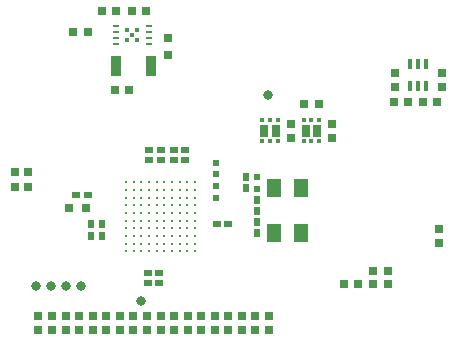
<source format=gbp>
G04 Layer_Color=128*
%FSLAX43Y43*%
%MOMM*%
G71*
G01*
G75*
%ADD16R,0.500X0.650*%
%ADD17R,0.650X0.800*%
%ADD20R,0.650X0.500*%
%ADD21R,0.800X0.650*%
%ADD24R,0.700X0.700*%
%ADD25R,0.550X0.600*%
%ADD50C,0.400*%
%ADD64C,0.800*%
%ADD66R,0.720X1.050*%
%ADD67R,0.350X0.300*%
%ADD68R,0.950X1.750*%
%ADD69R,0.762X0.762*%
%ADD70R,0.350X0.850*%
%ADD71C,0.280*%
%ADD72R,0.600X0.250*%
%ADD74R,1.300X1.600*%
%ADD131R,0.200X0.100*%
D16*
X-16900Y-22175D02*
D03*
Y-21225D02*
D03*
X-17800Y-17425D02*
D03*
Y-18375D02*
D03*
X-30000Y-21425D02*
D03*
Y-22375D02*
D03*
X-30875Y-21425D02*
D03*
Y-22375D02*
D03*
X-16900Y-19325D02*
D03*
Y-20275D02*
D03*
D17*
X-26175Y-29175D02*
D03*
Y-30375D02*
D03*
X-1450Y-22975D02*
D03*
Y-21775D02*
D03*
X-35375Y-29175D02*
D03*
Y-30375D02*
D03*
X-33075Y-29175D02*
D03*
Y-30375D02*
D03*
X-34225Y-29175D02*
D03*
Y-30375D02*
D03*
X-30775Y-29175D02*
D03*
Y-30375D02*
D03*
X-27325Y-29175D02*
D03*
Y-30375D02*
D03*
X-28475Y-29175D02*
D03*
Y-30375D02*
D03*
X-5200Y-8600D02*
D03*
Y-9800D02*
D03*
X-1200Y-9800D02*
D03*
Y-8600D02*
D03*
X-10500Y-14100D02*
D03*
Y-12900D02*
D03*
X-29625Y-29175D02*
D03*
Y-30375D02*
D03*
X-19275Y-29175D02*
D03*
Y-30375D02*
D03*
X-18150Y-29175D02*
D03*
Y-30375D02*
D03*
X-17000Y-29175D02*
D03*
Y-30375D02*
D03*
X-15850Y-29175D02*
D03*
Y-30375D02*
D03*
X-31925Y-30375D02*
D03*
Y-29175D02*
D03*
X-14000Y-12900D02*
D03*
Y-14100D02*
D03*
X-37375Y-18225D02*
D03*
Y-17025D02*
D03*
X-36225Y-17025D02*
D03*
Y-18225D02*
D03*
X-25025Y-30375D02*
D03*
Y-29175D02*
D03*
X-23875Y-30375D02*
D03*
Y-29175D02*
D03*
X-22725Y-30375D02*
D03*
Y-29175D02*
D03*
X-21575Y-30375D02*
D03*
Y-29175D02*
D03*
X-20425Y-30375D02*
D03*
Y-29175D02*
D03*
D20*
X-25025Y-16000D02*
D03*
X-25975D02*
D03*
X-25025Y-15100D02*
D03*
X-25975D02*
D03*
X-23875D02*
D03*
X-22925D02*
D03*
X-23875Y-16000D02*
D03*
X-22925D02*
D03*
X-31200Y-18900D02*
D03*
X-32150D02*
D03*
X-20275Y-21425D02*
D03*
X-19325D02*
D03*
X-26125Y-25500D02*
D03*
X-25175D02*
D03*
X-26125Y-26400D02*
D03*
X-25175D02*
D03*
D21*
X-30000Y-3400D02*
D03*
X-28800D02*
D03*
X-4100Y-11100D02*
D03*
X-5300D02*
D03*
X-1600D02*
D03*
X-2800D02*
D03*
X-5800Y-25350D02*
D03*
X-7000D02*
D03*
X-8300Y-26500D02*
D03*
X-9500D02*
D03*
X-7000D02*
D03*
X-5800D02*
D03*
X-27700Y-10025D02*
D03*
X-28900D02*
D03*
X-32400Y-5150D02*
D03*
X-31200D02*
D03*
X-27475Y-3400D02*
D03*
X-26275D02*
D03*
X-12850Y-11275D02*
D03*
X-11650D02*
D03*
D24*
X-32775Y-20000D02*
D03*
X-31375D02*
D03*
D25*
X-20300Y-16200D02*
D03*
Y-17200D02*
D03*
Y-19200D02*
D03*
Y-18200D02*
D03*
X-16900Y-17400D02*
D03*
Y-18400D02*
D03*
D50*
X-27425Y-5400D02*
D03*
X-27850Y-5800D02*
D03*
X-27000D02*
D03*
Y-5000D02*
D03*
X-27850D02*
D03*
D64*
X-26670Y-27940D02*
D03*
X-15925Y-10500D02*
D03*
X-31750Y-26670D02*
D03*
X-33020D02*
D03*
X-34290D02*
D03*
X-35560D02*
D03*
D66*
X-15260Y-13500D02*
D03*
X-16240Y-13500D02*
D03*
X-12740Y-13500D02*
D03*
X-11760Y-13500D02*
D03*
D67*
X-15100Y-14375D02*
D03*
X-15750D02*
D03*
X-16400D02*
D03*
Y-12625D02*
D03*
X-15750D02*
D03*
X-15100D02*
D03*
X-12900D02*
D03*
X-12250D02*
D03*
X-11600D02*
D03*
Y-14375D02*
D03*
X-12250D02*
D03*
X-12900D02*
D03*
D68*
X-25875Y-7975D02*
D03*
X-28825D02*
D03*
D69*
X-24425Y-5676D02*
D03*
Y-7074D02*
D03*
D70*
X-3875Y-9725D02*
D03*
X-3225D02*
D03*
X-2575D02*
D03*
Y-7875D02*
D03*
X-3225D02*
D03*
X-3875D02*
D03*
D71*
X-22100Y-23700D02*
D03*
Y-23050D02*
D03*
Y-22400D02*
D03*
Y-21750D02*
D03*
Y-20450D02*
D03*
Y-19800D02*
D03*
Y-19150D02*
D03*
Y-21100D02*
D03*
X-22750D02*
D03*
X-23400D02*
D03*
X-24050D02*
D03*
X-24700D02*
D03*
X-25350D02*
D03*
X-26000D02*
D03*
X-26650D02*
D03*
X-27300D02*
D03*
X-27950D02*
D03*
X-22750Y-23700D02*
D03*
X-23400D02*
D03*
X-24050D02*
D03*
X-24700D02*
D03*
X-25350D02*
D03*
X-26000D02*
D03*
X-26650D02*
D03*
X-27300D02*
D03*
X-27950D02*
D03*
X-22750Y-23050D02*
D03*
X-23400D02*
D03*
X-24050D02*
D03*
X-24700D02*
D03*
X-25350D02*
D03*
X-26000D02*
D03*
X-26650D02*
D03*
X-27300D02*
D03*
X-27950D02*
D03*
X-22750Y-22400D02*
D03*
X-23400D02*
D03*
X-24050D02*
D03*
X-24700D02*
D03*
X-25350D02*
D03*
X-26000D02*
D03*
X-26650D02*
D03*
X-27300D02*
D03*
X-27950D02*
D03*
X-22750Y-21750D02*
D03*
X-23400D02*
D03*
X-24050D02*
D03*
X-24700D02*
D03*
X-25350D02*
D03*
X-26000D02*
D03*
X-26650D02*
D03*
X-27300D02*
D03*
X-27950D02*
D03*
X-22750Y-20450D02*
D03*
X-23400D02*
D03*
X-24050D02*
D03*
X-24700D02*
D03*
X-25350D02*
D03*
X-26000D02*
D03*
X-26650D02*
D03*
X-27300D02*
D03*
X-27950D02*
D03*
X-22750Y-19800D02*
D03*
X-23400D02*
D03*
X-24050D02*
D03*
X-24700D02*
D03*
X-25350D02*
D03*
X-26000D02*
D03*
X-26650D02*
D03*
X-27300D02*
D03*
X-27950D02*
D03*
X-22750Y-19150D02*
D03*
X-23400D02*
D03*
X-24050D02*
D03*
X-24700D02*
D03*
X-25350D02*
D03*
X-26000D02*
D03*
X-26650D02*
D03*
X-27300D02*
D03*
X-27950D02*
D03*
X-22100Y-18500D02*
D03*
X-22750D02*
D03*
X-23400D02*
D03*
X-24050D02*
D03*
X-24700D02*
D03*
X-25350D02*
D03*
X-26000D02*
D03*
X-26650D02*
D03*
X-27300D02*
D03*
X-27950D02*
D03*
X-22100Y-17850D02*
D03*
X-22750D02*
D03*
X-23400D02*
D03*
X-24050D02*
D03*
X-24700D02*
D03*
X-25350D02*
D03*
X-26000D02*
D03*
X-26650D02*
D03*
X-27300D02*
D03*
X-27950D02*
D03*
D72*
X-28825Y-4650D02*
D03*
Y-5150D02*
D03*
Y-6150D02*
D03*
Y-5650D02*
D03*
X-26025D02*
D03*
Y-6150D02*
D03*
Y-5150D02*
D03*
Y-4650D02*
D03*
D74*
X-15400Y-22150D02*
D03*
Y-18350D02*
D03*
X-13100D02*
D03*
Y-22150D02*
D03*
D131*
X-27425Y-5400D02*
D03*
M02*

</source>
